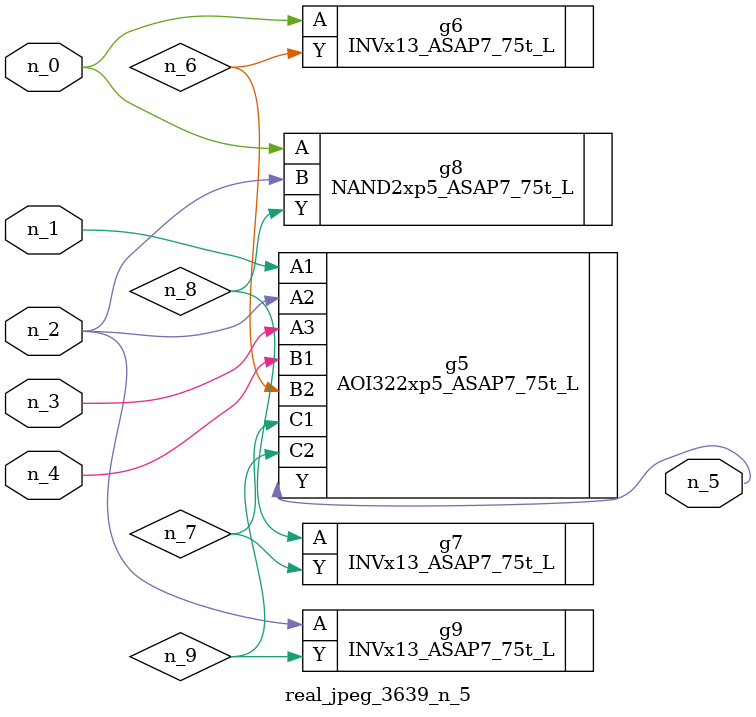
<source format=v>
module real_jpeg_3639_n_5 (n_4, n_0, n_1, n_2, n_3, n_5);

input n_4;
input n_0;
input n_1;
input n_2;
input n_3;

output n_5;

wire n_8;
wire n_6;
wire n_7;
wire n_9;

INVx13_ASAP7_75t_L g6 ( 
.A(n_0),
.Y(n_6)
);

NAND2xp5_ASAP7_75t_L g8 ( 
.A(n_0),
.B(n_2),
.Y(n_8)
);

AOI322xp5_ASAP7_75t_L g5 ( 
.A1(n_1),
.A2(n_2),
.A3(n_3),
.B1(n_4),
.B2(n_6),
.C1(n_7),
.C2(n_9),
.Y(n_5)
);

INVx13_ASAP7_75t_L g9 ( 
.A(n_2),
.Y(n_9)
);

INVx13_ASAP7_75t_L g7 ( 
.A(n_8),
.Y(n_7)
);


endmodule
</source>
